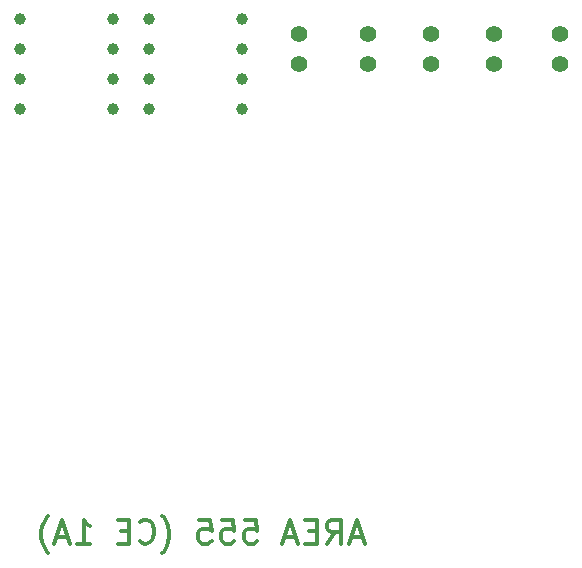
<source format=gbs>
G04 (created by PCBNEW (2013-07-07 BZR 4022)-stable) date 1/30/2014 9:36:02 PM*
%MOIN*%
G04 Gerber Fmt 3.4, Leading zero omitted, Abs format*
%FSLAX34Y34*%
G01*
G70*
G90*
G04 APERTURE LIST*
%ADD10C,0.00590551*%
%ADD11C,0.011811*%
%ADD12C,0.055*%
%ADD13C,0.0393701*%
G04 APERTURE END LIST*
G54D10*
G54D11*
X88321Y-65045D02*
X87940Y-65045D01*
X88397Y-65273D02*
X88130Y-64473D01*
X87864Y-65273D01*
X87140Y-65273D02*
X87407Y-64892D01*
X87597Y-65273D02*
X87597Y-64473D01*
X87292Y-64473D01*
X87216Y-64511D01*
X87178Y-64550D01*
X87140Y-64626D01*
X87140Y-64740D01*
X87178Y-64816D01*
X87216Y-64854D01*
X87292Y-64892D01*
X87597Y-64892D01*
X86797Y-64854D02*
X86530Y-64854D01*
X86416Y-65273D02*
X86797Y-65273D01*
X86797Y-64473D01*
X86416Y-64473D01*
X86111Y-65045D02*
X85730Y-65045D01*
X86188Y-65273D02*
X85921Y-64473D01*
X85654Y-65273D01*
X84397Y-64473D02*
X84778Y-64473D01*
X84816Y-64854D01*
X84778Y-64816D01*
X84702Y-64778D01*
X84511Y-64778D01*
X84435Y-64816D01*
X84397Y-64854D01*
X84359Y-64930D01*
X84359Y-65121D01*
X84397Y-65197D01*
X84435Y-65235D01*
X84511Y-65273D01*
X84702Y-65273D01*
X84778Y-65235D01*
X84816Y-65197D01*
X83635Y-64473D02*
X84016Y-64473D01*
X84054Y-64854D01*
X84016Y-64816D01*
X83940Y-64778D01*
X83750Y-64778D01*
X83673Y-64816D01*
X83635Y-64854D01*
X83597Y-64930D01*
X83597Y-65121D01*
X83635Y-65197D01*
X83673Y-65235D01*
X83750Y-65273D01*
X83940Y-65273D01*
X84016Y-65235D01*
X84054Y-65197D01*
X82873Y-64473D02*
X83254Y-64473D01*
X83292Y-64854D01*
X83254Y-64816D01*
X83178Y-64778D01*
X82988Y-64778D01*
X82911Y-64816D01*
X82873Y-64854D01*
X82835Y-64930D01*
X82835Y-65121D01*
X82873Y-65197D01*
X82911Y-65235D01*
X82988Y-65273D01*
X83178Y-65273D01*
X83254Y-65235D01*
X83292Y-65197D01*
X81654Y-65578D02*
X81692Y-65540D01*
X81769Y-65426D01*
X81807Y-65350D01*
X81845Y-65235D01*
X81883Y-65045D01*
X81883Y-64892D01*
X81845Y-64702D01*
X81807Y-64588D01*
X81769Y-64511D01*
X81692Y-64397D01*
X81654Y-64359D01*
X80892Y-65197D02*
X80930Y-65235D01*
X81045Y-65273D01*
X81121Y-65273D01*
X81235Y-65235D01*
X81311Y-65159D01*
X81350Y-65083D01*
X81388Y-64930D01*
X81388Y-64816D01*
X81350Y-64664D01*
X81311Y-64588D01*
X81235Y-64511D01*
X81121Y-64473D01*
X81045Y-64473D01*
X80930Y-64511D01*
X80892Y-64550D01*
X80550Y-64854D02*
X80283Y-64854D01*
X80169Y-65273D02*
X80550Y-65273D01*
X80550Y-64473D01*
X80169Y-64473D01*
X78797Y-65273D02*
X79254Y-65273D01*
X79026Y-65273D02*
X79026Y-64473D01*
X79102Y-64588D01*
X79178Y-64664D01*
X79254Y-64702D01*
X78492Y-65045D02*
X78111Y-65045D01*
X78569Y-65273D02*
X78302Y-64473D01*
X78035Y-65273D01*
X77845Y-65578D02*
X77807Y-65540D01*
X77730Y-65426D01*
X77692Y-65350D01*
X77654Y-65235D01*
X77616Y-65045D01*
X77616Y-64892D01*
X77654Y-64702D01*
X77692Y-64588D01*
X77730Y-64511D01*
X77807Y-64397D01*
X77845Y-64359D01*
G54D12*
X92700Y-48300D03*
X92700Y-49300D03*
X88500Y-48300D03*
X88500Y-49300D03*
X86200Y-48300D03*
X86200Y-49300D03*
X90600Y-48300D03*
X90600Y-49300D03*
X94900Y-48300D03*
X94900Y-49300D03*
G54D13*
X81200Y-47800D03*
X81200Y-48800D03*
X81200Y-49800D03*
X81200Y-50800D03*
X84300Y-50800D03*
X84300Y-49800D03*
X84300Y-48800D03*
X84300Y-47800D03*
X76900Y-47800D03*
X76900Y-48800D03*
X76900Y-49800D03*
X76900Y-50800D03*
X80000Y-50800D03*
X80000Y-49800D03*
X80000Y-48800D03*
X80000Y-47800D03*
M02*

</source>
